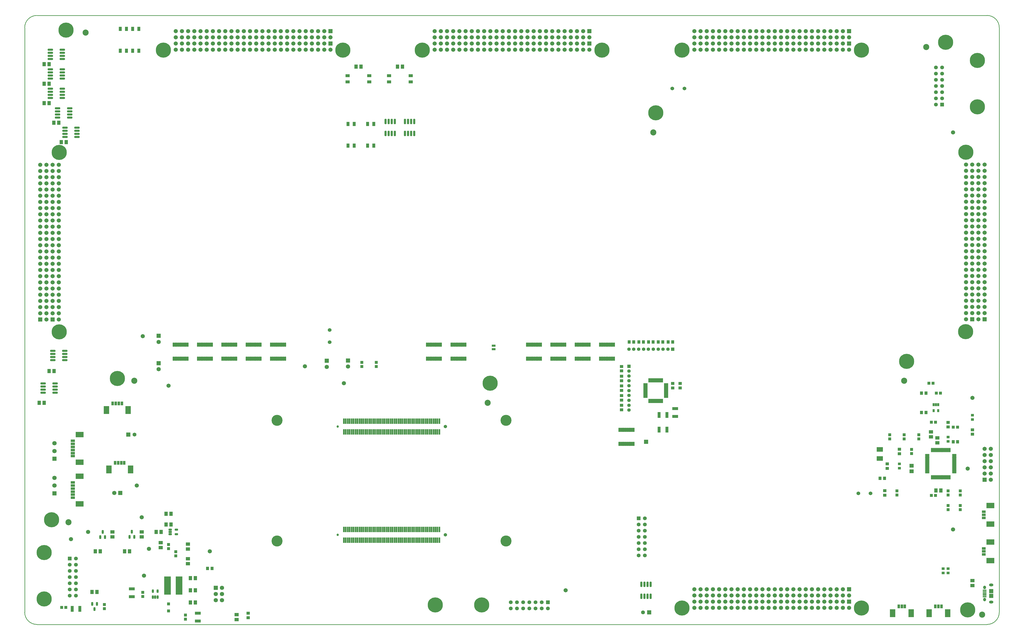
<source format=gts>
G04*
G04 #@! TF.GenerationSoftware,Altium Limited,Altium Designer,20.0.13 (296)*
G04*
G04 Layer_Color=8388736*
%FSLAX25Y25*%
%MOIN*%
G70*
G01*
G75*
%ADD19C,0.01000*%
%ADD48R,0.04803X0.04921*%
%ADD65R,0.10249X0.07493*%
%ADD66R,0.05131X0.06706*%
%ADD67R,0.11000X0.29500*%
G04:AMPARAMS|DCode=68|XSize=55.64mil|YSize=31.23mil|CornerRadius=9.81mil|HoleSize=0mil|Usage=FLASHONLY|Rotation=0.000|XOffset=0mil|YOffset=0mil|HoleType=Round|Shape=RoundedRectangle|*
%AMROUNDEDRECTD68*
21,1,0.05564,0.01161,0,0,0.0*
21,1,0.03602,0.03123,0,0,0.0*
1,1,0.01961,0.01801,-0.00581*
1,1,0.01961,-0.01801,-0.00581*
1,1,0.01961,-0.01801,0.00581*
1,1,0.01961,0.01801,0.00581*
%
%ADD68ROUNDEDRECTD68*%
G04:AMPARAMS|DCode=69|XSize=56.82mil|YSize=31.23mil|CornerRadius=6.9mil|HoleSize=0mil|Usage=FLASHONLY|Rotation=270.000|XOffset=0mil|YOffset=0mil|HoleType=Round|Shape=RoundedRectangle|*
%AMROUNDEDRECTD69*
21,1,0.05682,0.01742,0,0,270.0*
21,1,0.04301,0.03123,0,0,270.0*
1,1,0.01381,-0.00871,-0.02151*
1,1,0.01381,-0.00871,0.02151*
1,1,0.01381,0.00871,0.02151*
1,1,0.01381,0.00871,-0.02151*
%
%ADD69ROUNDEDRECTD69*%
%ADD70R,0.02020X0.03398*%
%ADD71R,0.03359X0.05131*%
G04:AMPARAMS|DCode=72|XSize=69.81mil|YSize=24.14mil|CornerRadius=6.02mil|HoleSize=0mil|Usage=FLASHONLY|Rotation=90.000|XOffset=0mil|YOffset=0mil|HoleType=Round|Shape=RoundedRectangle|*
%AMROUNDEDRECTD72*
21,1,0.06981,0.01211,0,0,90.0*
21,1,0.05778,0.02414,0,0,90.0*
1,1,0.01204,0.00605,0.02889*
1,1,0.01204,0.00605,-0.02889*
1,1,0.01204,-0.00605,-0.02889*
1,1,0.01204,-0.00605,0.02889*
%
%ADD72ROUNDEDRECTD72*%
G04:AMPARAMS|DCode=73|XSize=85.56mil|YSize=31.62mil|CornerRadius=6.95mil|HoleSize=0mil|Usage=FLASHONLY|Rotation=270.000|XOffset=0mil|YOffset=0mil|HoleType=Round|Shape=RoundedRectangle|*
%AMROUNDEDRECTD73*
21,1,0.08556,0.01772,0,0,270.0*
21,1,0.07165,0.03162,0,0,270.0*
1,1,0.01391,-0.00886,-0.03583*
1,1,0.01391,-0.00886,0.03583*
1,1,0.01391,0.00886,0.03583*
1,1,0.01391,0.00886,-0.03583*
%
%ADD73ROUNDEDRECTD73*%
G04:AMPARAMS|DCode=74|XSize=85.56mil|YSize=31.62mil|CornerRadius=6.95mil|HoleSize=0mil|Usage=FLASHONLY|Rotation=180.000|XOffset=0mil|YOffset=0mil|HoleType=Round|Shape=RoundedRectangle|*
%AMROUNDEDRECTD74*
21,1,0.08556,0.01772,0,0,180.0*
21,1,0.07165,0.03162,0,0,180.0*
1,1,0.01391,-0.03583,0.00886*
1,1,0.01391,0.03583,0.00886*
1,1,0.01391,0.03583,-0.00886*
1,1,0.01391,-0.03583,-0.00886*
%
%ADD74ROUNDEDRECTD74*%
%ADD75R,0.06706X0.05918*%
%ADD76R,0.04737X0.04343*%
%ADD77R,0.07099X0.01981*%
%ADD78R,0.01981X0.07099*%
%ADD79R,0.07099X0.03950*%
%ADD80R,0.12611X0.09068*%
%ADD81R,0.09068X0.12611*%
%ADD82R,0.03950X0.05918*%
%ADD83R,0.05918X0.03950*%
%ADD84R,0.02800X0.08800*%
%ADD85R,0.06706X0.06706*%
%ADD86R,0.06115X0.02375*%
%ADD87O,0.07296X0.01981*%
%ADD88O,0.01981X0.07296*%
%ADD89C,0.09843*%
%ADD90R,0.05131X0.09461*%
%ADD91R,0.05524X0.04934*%
%ADD92R,0.04737X0.05131*%
%ADD93R,0.05524X0.06800*%
%ADD94R,0.05131X0.04737*%
%ADD95R,0.04934X0.05524*%
%ADD96R,0.09461X0.05131*%
%ADD97R,0.06800X0.05524*%
%ADD98R,0.06706X0.05131*%
G04:AMPARAMS|DCode=99|XSize=55.64mil|YSize=31.23mil|CornerRadius=9.81mil|HoleSize=0mil|Usage=FLASHONLY|Rotation=90.000|XOffset=0mil|YOffset=0mil|HoleType=Round|Shape=RoundedRectangle|*
%AMROUNDEDRECTD99*
21,1,0.05564,0.01161,0,0,90.0*
21,1,0.03602,0.03123,0,0,90.0*
1,1,0.01961,0.00581,0.01801*
1,1,0.01961,0.00581,-0.01801*
1,1,0.01961,-0.00581,-0.01801*
1,1,0.01961,-0.00581,0.01801*
%
%ADD99ROUNDEDRECTD99*%
%ADD100C,0.06706*%
%ADD101C,0.06824*%
%ADD102R,0.06824X0.06824*%
%ADD103C,0.07119*%
%ADD104R,0.07119X0.07119*%
%ADD105R,0.06194X0.06194*%
%ADD106C,0.06194*%
%ADD107C,0.05599*%
%ADD108R,0.05599X0.05599*%
%ADD109C,0.05997*%
%ADD110C,0.06304*%
%ADD111R,0.07099X0.07099*%
%ADD112R,0.07099X0.07099*%
%ADD113C,0.24422*%
%ADD114C,0.03800*%
%ADD115C,0.05398*%
%ADD116C,0.17800*%
%ADD117O,0.04540X0.05721*%
%ADD118O,0.07099X0.04343*%
%ADD119R,0.06800X0.06800*%
%ADD120C,0.06800*%
%ADD121R,0.06706X0.06706*%
%ADD122R,0.06194X0.06194*%
%ADD123R,0.05599X0.05599*%
%ADD124R,0.06800X0.06800*%
D19*
X19685Y984252D02*
G03*
X0Y964567I0J-19685D01*
G01*
X0Y19685D02*
G03*
X19685Y0I19685J0D01*
G01*
X1555118Y0D02*
G03*
X1574803Y19685I0J19685D01*
G01*
X1574803Y964567D02*
G03*
X1555118Y984252I-19685J0D01*
G01*
X19685D02*
X1555118D01*
X19685Y0D02*
X1555118D01*
X0Y19685D02*
Y964567D01*
X1574803Y19685D02*
Y964567D01*
D48*
X232283Y33366D02*
D03*
Y21752D02*
D03*
D65*
X1381890Y268307D02*
D03*
Y282874D02*
D03*
D66*
X154291Y927362D02*
D03*
Y962402D02*
D03*
X164291Y927362D02*
D03*
Y962402D02*
D03*
X174291Y927362D02*
D03*
Y962402D02*
D03*
X184291Y927362D02*
D03*
Y962402D02*
D03*
X532559Y808858D02*
D03*
Y773819D02*
D03*
X522559Y808858D02*
D03*
Y773819D02*
D03*
X564055Y808858D02*
D03*
Y773819D02*
D03*
X554055Y808858D02*
D03*
Y773819D02*
D03*
D67*
X249408Y62992D02*
D03*
X230908D02*
D03*
D68*
X245098Y153347D02*
D03*
Y145866D02*
D03*
X235216D02*
D03*
Y149606D02*
D03*
Y153347D02*
D03*
D69*
X116614Y33090D02*
D03*
X109134D02*
D03*
X112874Y24783D02*
D03*
X125984Y149606D02*
D03*
X129724Y141299D02*
D03*
X122244D02*
D03*
X173228Y149823D02*
D03*
X176969Y141516D02*
D03*
X169488D02*
D03*
D70*
X755905Y450669D02*
D03*
X757874D02*
D03*
X759842D02*
D03*
Y444882D02*
D03*
X757874D02*
D03*
X755905D02*
D03*
D71*
X1476181Y345669D02*
D03*
X1468701D02*
D03*
Y355118D02*
D03*
X1472441D02*
D03*
X1476181D02*
D03*
D72*
X689272Y429646D02*
D03*
X691831D02*
D03*
X694390D02*
D03*
X696949D02*
D03*
X699508D02*
D03*
X702067D02*
D03*
X704626D02*
D03*
X707185D02*
D03*
X709744D02*
D03*
X712303D02*
D03*
Y452244D02*
D03*
X709744D02*
D03*
X707185D02*
D03*
X704626D02*
D03*
X702067D02*
D03*
X699508D02*
D03*
X696949D02*
D03*
X694390D02*
D03*
X691831D02*
D03*
X689272D02*
D03*
X240453Y429646D02*
D03*
X243012D02*
D03*
X245571D02*
D03*
X248130D02*
D03*
X250689D02*
D03*
X253248D02*
D03*
X255807D02*
D03*
X258366D02*
D03*
X260925D02*
D03*
X263484D02*
D03*
Y452244D02*
D03*
X260925D02*
D03*
X258366D02*
D03*
X255807D02*
D03*
X253248D02*
D03*
X250689D02*
D03*
X248130D02*
D03*
X245571D02*
D03*
X243012D02*
D03*
X240453D02*
D03*
X319193Y429646D02*
D03*
X321752D02*
D03*
X324311D02*
D03*
X326870D02*
D03*
X329429D02*
D03*
X331988D02*
D03*
X334547D02*
D03*
X337106D02*
D03*
X339665D02*
D03*
X342224D02*
D03*
Y452244D02*
D03*
X339665D02*
D03*
X337106D02*
D03*
X334547D02*
D03*
X331988D02*
D03*
X329429D02*
D03*
X326870D02*
D03*
X324311D02*
D03*
X321752D02*
D03*
X319193D02*
D03*
X358563Y429646D02*
D03*
X361122D02*
D03*
X363681D02*
D03*
X366240D02*
D03*
X368799D02*
D03*
X371358D02*
D03*
X373917D02*
D03*
X376476D02*
D03*
X379035D02*
D03*
X381594D02*
D03*
Y452244D02*
D03*
X379035D02*
D03*
X376476D02*
D03*
X373917D02*
D03*
X371358D02*
D03*
X368799D02*
D03*
X366240D02*
D03*
X363681D02*
D03*
X361122D02*
D03*
X358563D02*
D03*
X279823Y429646D02*
D03*
X282382D02*
D03*
X284941D02*
D03*
X287500D02*
D03*
X290059D02*
D03*
X292618D02*
D03*
X295177D02*
D03*
X297736D02*
D03*
X300295D02*
D03*
X302854D02*
D03*
Y452244D02*
D03*
X300295D02*
D03*
X297736D02*
D03*
X295177D02*
D03*
X292618D02*
D03*
X290059D02*
D03*
X287500D02*
D03*
X284941D02*
D03*
X282382D02*
D03*
X279823D02*
D03*
X397933Y429646D02*
D03*
X400492D02*
D03*
X403051D02*
D03*
X405610D02*
D03*
X408169D02*
D03*
X410728D02*
D03*
X413287D02*
D03*
X415846D02*
D03*
X418405D02*
D03*
X420965D02*
D03*
Y452244D02*
D03*
X418405D02*
D03*
X415846D02*
D03*
X413287D02*
D03*
X410728D02*
D03*
X408169D02*
D03*
X405610D02*
D03*
X403051D02*
D03*
X400492D02*
D03*
X397933D02*
D03*
X811319Y429646D02*
D03*
X813878D02*
D03*
X816437D02*
D03*
X818996D02*
D03*
X821555D02*
D03*
X824114D02*
D03*
X826673D02*
D03*
X829232D02*
D03*
X831791D02*
D03*
X834350D02*
D03*
Y452244D02*
D03*
X831791D02*
D03*
X829232D02*
D03*
X826673D02*
D03*
X824114D02*
D03*
X821555D02*
D03*
X818996D02*
D03*
X816437D02*
D03*
X813878D02*
D03*
X811319D02*
D03*
X850689Y429646D02*
D03*
X853248D02*
D03*
X855807D02*
D03*
X858366D02*
D03*
X860925D02*
D03*
X863484D02*
D03*
X866043D02*
D03*
X868602D02*
D03*
X871161D02*
D03*
X873720D02*
D03*
Y452244D02*
D03*
X871161D02*
D03*
X868602D02*
D03*
X866043D02*
D03*
X863484D02*
D03*
X860925D02*
D03*
X858366D02*
D03*
X855807D02*
D03*
X853248D02*
D03*
X850689D02*
D03*
X890059Y429646D02*
D03*
X892618D02*
D03*
X895177D02*
D03*
X897736D02*
D03*
X900295D02*
D03*
X902854D02*
D03*
X905413D02*
D03*
X907973D02*
D03*
X910532D02*
D03*
X913091D02*
D03*
Y452244D02*
D03*
X910532D02*
D03*
X907973D02*
D03*
X905413D02*
D03*
X902854D02*
D03*
X900295D02*
D03*
X897736D02*
D03*
X895177D02*
D03*
X892618D02*
D03*
X890059D02*
D03*
X960925Y291850D02*
D03*
X963484D02*
D03*
X966043D02*
D03*
X968602D02*
D03*
X971161D02*
D03*
X973720D02*
D03*
X976280D02*
D03*
X978839D02*
D03*
X981398D02*
D03*
X983957D02*
D03*
Y314449D02*
D03*
X981398D02*
D03*
X978839D02*
D03*
X976280D02*
D03*
X973720D02*
D03*
X971161D02*
D03*
X968602D02*
D03*
X966043D02*
D03*
X963484D02*
D03*
X960925D02*
D03*
X649902Y429646D02*
D03*
X652461D02*
D03*
X655020D02*
D03*
X657579D02*
D03*
X660138D02*
D03*
X662697D02*
D03*
X665256D02*
D03*
X667815D02*
D03*
X670374D02*
D03*
X672933D02*
D03*
Y452244D02*
D03*
X670374D02*
D03*
X667815D02*
D03*
X665256D02*
D03*
X662697D02*
D03*
X660138D02*
D03*
X657579D02*
D03*
X655020D02*
D03*
X652461D02*
D03*
X649902D02*
D03*
X929429Y429646D02*
D03*
X931988D02*
D03*
X934547D02*
D03*
X937106D02*
D03*
X939665D02*
D03*
X942224D02*
D03*
X944783D02*
D03*
X947342D02*
D03*
X949902D02*
D03*
X952461D02*
D03*
Y452244D02*
D03*
X949902D02*
D03*
X947342D02*
D03*
X944783D02*
D03*
X942224D02*
D03*
X939665D02*
D03*
X937106D02*
D03*
X934547D02*
D03*
X931988D02*
D03*
X929429D02*
D03*
D73*
X1011437Y64862D02*
D03*
X1006437D02*
D03*
X1001437D02*
D03*
X996437D02*
D03*
Y45374D02*
D03*
X1001437D02*
D03*
X1006437D02*
D03*
X1011437D02*
D03*
X614547Y793425D02*
D03*
X619547D02*
D03*
X624547D02*
D03*
X629547D02*
D03*
Y812874D02*
D03*
X624547D02*
D03*
X619547D02*
D03*
X614547D02*
D03*
X583051Y793425D02*
D03*
X588051D02*
D03*
X593051D02*
D03*
X598051D02*
D03*
Y812874D02*
D03*
X593051D02*
D03*
X588051D02*
D03*
X583051D02*
D03*
D74*
X49095Y374390D02*
D03*
Y379390D02*
D03*
Y384390D02*
D03*
Y389390D02*
D03*
X29646D02*
D03*
Y384390D02*
D03*
Y379390D02*
D03*
Y374390D02*
D03*
X60905Y913760D02*
D03*
Y918760D02*
D03*
Y923760D02*
D03*
Y928760D02*
D03*
X41457D02*
D03*
Y923760D02*
D03*
Y918760D02*
D03*
Y913760D02*
D03*
X60905Y882264D02*
D03*
Y887264D02*
D03*
Y892264D02*
D03*
Y897264D02*
D03*
X41457D02*
D03*
Y892264D02*
D03*
Y887264D02*
D03*
Y882264D02*
D03*
X60905Y850768D02*
D03*
Y855768D02*
D03*
Y860768D02*
D03*
Y865768D02*
D03*
X41457D02*
D03*
Y860768D02*
D03*
Y855768D02*
D03*
Y850768D02*
D03*
X72716Y819272D02*
D03*
Y824272D02*
D03*
Y829272D02*
D03*
Y834272D02*
D03*
X53268D02*
D03*
Y829272D02*
D03*
Y824272D02*
D03*
Y819272D02*
D03*
X84528Y787776D02*
D03*
Y792776D02*
D03*
Y797776D02*
D03*
Y802776D02*
D03*
X65079D02*
D03*
Y797776D02*
D03*
Y792776D02*
D03*
Y787776D02*
D03*
X64842Y427237D02*
D03*
Y432237D02*
D03*
Y437237D02*
D03*
Y442237D02*
D03*
X45394D02*
D03*
Y437237D02*
D03*
Y432237D02*
D03*
Y427237D02*
D03*
D75*
X1433071Y247468D02*
D03*
Y256469D02*
D03*
D76*
X1492126Y90114D02*
D03*
Y83114D02*
D03*
X1413386Y252406D02*
D03*
Y259405D02*
D03*
X1492126Y295713D02*
D03*
Y302713D02*
D03*
X1531496Y331146D02*
D03*
Y338146D02*
D03*
X1484252Y90114D02*
D03*
Y83114D02*
D03*
D77*
X1036417Y367126D02*
D03*
Y369094D02*
D03*
Y371063D02*
D03*
Y373031D02*
D03*
Y375000D02*
D03*
Y376969D02*
D03*
Y378937D02*
D03*
Y380906D02*
D03*
Y382874D02*
D03*
Y384842D02*
D03*
Y386811D02*
D03*
Y388779D02*
D03*
X1002953D02*
D03*
Y386811D02*
D03*
Y384842D02*
D03*
Y382874D02*
D03*
Y380906D02*
D03*
Y378937D02*
D03*
Y376969D02*
D03*
Y375000D02*
D03*
Y373031D02*
D03*
Y371063D02*
D03*
Y369094D02*
D03*
Y367126D02*
D03*
D78*
X1030512Y394685D02*
D03*
X1028543D02*
D03*
X1026575D02*
D03*
X1024606D02*
D03*
X1022638D02*
D03*
X1020669D02*
D03*
X1018701D02*
D03*
X1016732D02*
D03*
X1014764D02*
D03*
X1012795D02*
D03*
X1010827D02*
D03*
X1008858D02*
D03*
Y361221D02*
D03*
X1010827D02*
D03*
X1012795D02*
D03*
X1014764D02*
D03*
X1016732D02*
D03*
X1018701D02*
D03*
X1020669D02*
D03*
X1022638D02*
D03*
X1024606D02*
D03*
X1026575D02*
D03*
X1028543D02*
D03*
X1030512D02*
D03*
D79*
X77874Y291796D02*
D03*
Y272111D02*
D03*
Y277032D02*
D03*
Y281953D02*
D03*
Y286875D02*
D03*
Y296717D02*
D03*
X77851Y224472D02*
D03*
Y204787D02*
D03*
Y209708D02*
D03*
Y214629D02*
D03*
Y219551D02*
D03*
Y229393D02*
D03*
D80*
X88701Y262071D02*
D03*
Y306756D02*
D03*
X1560532Y103150D02*
D03*
Y133071D02*
D03*
X88678Y194747D02*
D03*
Y239433D02*
D03*
X1560532Y162205D02*
D03*
Y192126D02*
D03*
D81*
X167027Y346437D02*
D03*
X132185D02*
D03*
X170965Y250492D02*
D03*
X136122D02*
D03*
X1402362Y18209D02*
D03*
X1432283D02*
D03*
X1461417D02*
D03*
X1491339D02*
D03*
D82*
X156988Y357264D02*
D03*
X152067D02*
D03*
X147146D02*
D03*
X142224D02*
D03*
X160925Y261319D02*
D03*
X156004D02*
D03*
X151083D02*
D03*
X146161D02*
D03*
X1412402Y29035D02*
D03*
X1417323D02*
D03*
X1422244D02*
D03*
X1471457D02*
D03*
X1476378D02*
D03*
X1481299D02*
D03*
D83*
X1549705Y113189D02*
D03*
Y118110D02*
D03*
Y123031D02*
D03*
Y172244D02*
D03*
Y177165D02*
D03*
Y182087D02*
D03*
D84*
X663779Y328543D02*
D03*
X666929D02*
D03*
X663779Y311221D02*
D03*
X666929D02*
D03*
X654331Y328543D02*
D03*
X657480D02*
D03*
X654330Y311221D02*
D03*
X657480D02*
D03*
X648032Y328543D02*
D03*
X651181D02*
D03*
X648031Y311221D02*
D03*
X651181D02*
D03*
X638583Y328543D02*
D03*
X641732D02*
D03*
X638582Y311221D02*
D03*
X641732D02*
D03*
X632283Y328543D02*
D03*
X632283Y311221D02*
D03*
X622835Y328543D02*
D03*
X625984D02*
D03*
X622834Y311221D02*
D03*
X625984D02*
D03*
X616535Y328543D02*
D03*
X616535Y311221D02*
D03*
X607087Y328543D02*
D03*
X610236D02*
D03*
X607086Y311221D02*
D03*
X610236D02*
D03*
X600787Y328543D02*
D03*
X600787Y311221D02*
D03*
X591339Y328543D02*
D03*
X594488D02*
D03*
X591338Y311221D02*
D03*
X594488D02*
D03*
X585039Y328543D02*
D03*
X585039Y311221D02*
D03*
X575591Y328543D02*
D03*
X578740D02*
D03*
X575590Y311221D02*
D03*
X578740D02*
D03*
X569291Y328543D02*
D03*
X569291Y311221D02*
D03*
X559842Y328543D02*
D03*
X562992D02*
D03*
X559842Y311221D02*
D03*
X562992D02*
D03*
X550394Y328543D02*
D03*
X553543D02*
D03*
X550394Y311221D02*
D03*
X553543D02*
D03*
X544095Y328543D02*
D03*
X547244D02*
D03*
X544094Y311221D02*
D03*
X547244D02*
D03*
X534646Y328543D02*
D03*
X537795D02*
D03*
X534646Y311221D02*
D03*
X537795D02*
D03*
X528346Y328543D02*
D03*
X528346Y311221D02*
D03*
X518898Y328543D02*
D03*
X522047D02*
D03*
X518898Y311221D02*
D03*
X522047D02*
D03*
X670079Y328543D02*
D03*
X670078Y311221D02*
D03*
X635433Y328543D02*
D03*
X644882D02*
D03*
X660630D02*
D03*
X635433Y311221D02*
D03*
X644882D02*
D03*
X660630D02*
D03*
X603937Y328543D02*
D03*
X613386D02*
D03*
X619685D02*
D03*
X629134D02*
D03*
X603937Y311221D02*
D03*
X613386D02*
D03*
X619685D02*
D03*
X629134D02*
D03*
X572441Y328543D02*
D03*
X581890D02*
D03*
X588189D02*
D03*
X597638D02*
D03*
X572441Y311221D02*
D03*
X581890D02*
D03*
X588189D02*
D03*
X597638D02*
D03*
X540945Y328543D02*
D03*
X556693D02*
D03*
X566142D02*
D03*
X540945Y311221D02*
D03*
X556693D02*
D03*
X566142D02*
D03*
X515748Y328543D02*
D03*
X525197D02*
D03*
X531496D02*
D03*
X515748Y311221D02*
D03*
X525197D02*
D03*
X531496D02*
D03*
Y136221D02*
D03*
X525197D02*
D03*
X515748D02*
D03*
X531496Y153543D02*
D03*
X525197D02*
D03*
X515748D02*
D03*
X566142Y136221D02*
D03*
X556693D02*
D03*
X540945D02*
D03*
X566142Y153543D02*
D03*
X556693D02*
D03*
X540945D02*
D03*
X597638Y136221D02*
D03*
X588189D02*
D03*
X581890D02*
D03*
X572441D02*
D03*
X597638Y153543D02*
D03*
X588189D02*
D03*
X581890D02*
D03*
X572441D02*
D03*
X629134Y136221D02*
D03*
X619685D02*
D03*
X613386D02*
D03*
X603937D02*
D03*
X629134Y153543D02*
D03*
X619685D02*
D03*
X613386D02*
D03*
X603937D02*
D03*
X660630Y136221D02*
D03*
X644882D02*
D03*
X635433D02*
D03*
X660630Y153543D02*
D03*
X644882D02*
D03*
X635433D02*
D03*
X670078Y136221D02*
D03*
X670079Y153543D02*
D03*
X522047Y136221D02*
D03*
X518898D02*
D03*
X522047Y153543D02*
D03*
X518898D02*
D03*
X528346Y136221D02*
D03*
X528346Y153543D02*
D03*
X537795Y136221D02*
D03*
X534646D02*
D03*
X537795Y153543D02*
D03*
X534646D02*
D03*
X547244Y136221D02*
D03*
X544094D02*
D03*
X547244Y153543D02*
D03*
X544095D02*
D03*
X553543Y136221D02*
D03*
X550394D02*
D03*
X553543Y153543D02*
D03*
X550394D02*
D03*
X562992Y136221D02*
D03*
X559842D02*
D03*
X562992Y153543D02*
D03*
X559842D02*
D03*
X569291Y136221D02*
D03*
X569291Y153543D02*
D03*
X578740Y136221D02*
D03*
X575590D02*
D03*
X578740Y153543D02*
D03*
X575591D02*
D03*
X585039Y136221D02*
D03*
X585039Y153543D02*
D03*
X594488Y136221D02*
D03*
X591338D02*
D03*
X594488Y153543D02*
D03*
X591339D02*
D03*
X600787Y136221D02*
D03*
X600787Y153543D02*
D03*
X610236Y136221D02*
D03*
X607086D02*
D03*
X610236Y153543D02*
D03*
X607087D02*
D03*
X616535Y136221D02*
D03*
X616535Y153543D02*
D03*
X625984Y136221D02*
D03*
X622834D02*
D03*
X625984Y153543D02*
D03*
X622835D02*
D03*
X632283Y136221D02*
D03*
X632283Y153543D02*
D03*
X641732Y136221D02*
D03*
X638582D02*
D03*
X641732Y153543D02*
D03*
X638583D02*
D03*
X651181Y136221D02*
D03*
X648031D02*
D03*
X651181Y153543D02*
D03*
X648032D02*
D03*
X657480Y136221D02*
D03*
X654330D02*
D03*
X657480Y153543D02*
D03*
X654331D02*
D03*
X666929Y136221D02*
D03*
X663779D02*
D03*
X666929Y153543D02*
D03*
X663779D02*
D03*
D85*
X1561811Y53937D02*
D03*
Y46063D02*
D03*
X25118Y492913D02*
D03*
X45098D02*
D03*
X1531143Y493129D02*
D03*
X1551123D02*
D03*
X1551181Y233780D02*
D03*
D86*
Y44882D02*
D03*
Y47441D02*
D03*
Y50000D02*
D03*
Y52559D02*
D03*
Y55118D02*
D03*
D87*
X1458366Y274606D02*
D03*
Y272638D02*
D03*
Y270669D02*
D03*
Y268701D02*
D03*
Y266732D02*
D03*
Y264764D02*
D03*
Y262795D02*
D03*
Y260827D02*
D03*
Y258858D02*
D03*
Y256890D02*
D03*
Y254921D02*
D03*
Y252953D02*
D03*
Y250984D02*
D03*
Y249016D02*
D03*
Y247047D02*
D03*
Y245079D02*
D03*
X1502264D02*
D03*
Y247047D02*
D03*
Y249016D02*
D03*
Y250984D02*
D03*
Y252953D02*
D03*
Y254921D02*
D03*
Y256890D02*
D03*
Y258858D02*
D03*
Y260827D02*
D03*
Y262795D02*
D03*
Y264764D02*
D03*
Y266732D02*
D03*
Y268701D02*
D03*
Y270669D02*
D03*
Y272638D02*
D03*
Y274606D02*
D03*
D88*
X1465551Y237894D02*
D03*
X1467520D02*
D03*
X1469488D02*
D03*
X1471457D02*
D03*
X1473425D02*
D03*
X1475394D02*
D03*
X1477362D02*
D03*
X1479331D02*
D03*
X1481299D02*
D03*
X1483268D02*
D03*
X1485236D02*
D03*
X1487205D02*
D03*
X1489173D02*
D03*
X1491142D02*
D03*
X1493110D02*
D03*
X1495079D02*
D03*
Y281791D02*
D03*
X1493110D02*
D03*
X1491142D02*
D03*
X1489173D02*
D03*
X1487205D02*
D03*
X1485236D02*
D03*
X1483268D02*
D03*
X1481299D02*
D03*
X1479331D02*
D03*
X1477362D02*
D03*
X1475394D02*
D03*
X1473425D02*
D03*
X1471457D02*
D03*
X1469488D02*
D03*
X1467520D02*
D03*
X1465551D02*
D03*
D89*
X98425Y956693D02*
D03*
X1547244Y15748D02*
D03*
X1456693Y933071D02*
D03*
X70866Y165354D02*
D03*
X1421260Y393701D02*
D03*
X748032Y358268D02*
D03*
X177165Y393701D02*
D03*
X1015748Y795276D02*
D03*
D90*
X1037795Y338583D02*
D03*
X1025197D02*
D03*
X76646Y25302D02*
D03*
X89245D02*
D03*
X1025197Y314961D02*
D03*
X1037795D02*
D03*
D91*
X964567Y354035D02*
D03*
Y346752D02*
D03*
X360987Y10925D02*
D03*
Y18209D02*
D03*
X1059055Y382185D02*
D03*
Y389469D02*
D03*
X1047244Y382185D02*
D03*
Y389469D02*
D03*
X1492126Y326476D02*
D03*
Y319193D02*
D03*
X1531496Y307382D02*
D03*
Y314665D02*
D03*
X1389764Y208957D02*
D03*
Y216240D02*
D03*
X1413386Y275886D02*
D03*
Y283169D02*
D03*
X1393701Y259547D02*
D03*
Y252264D02*
D03*
X964567Y417028D02*
D03*
Y409744D02*
D03*
Y401279D02*
D03*
Y393996D02*
D03*
Y385531D02*
D03*
Y378248D02*
D03*
Y369783D02*
D03*
Y362500D02*
D03*
D92*
X1397638Y306496D02*
D03*
Y299803D02*
D03*
X259842Y15157D02*
D03*
Y8465D02*
D03*
X190728Y51772D02*
D03*
Y45079D02*
D03*
X232283Y122638D02*
D03*
Y129331D02*
D03*
X244094Y117520D02*
D03*
Y110827D02*
D03*
X128622Y32283D02*
D03*
Y25591D02*
D03*
X568228Y423425D02*
D03*
Y416732D02*
D03*
X544606Y423425D02*
D03*
Y416732D02*
D03*
X1409449Y215945D02*
D03*
Y209252D02*
D03*
X1433071Y282874D02*
D03*
Y276181D02*
D03*
X1511811Y192323D02*
D03*
Y185630D02*
D03*
X1492126Y192323D02*
D03*
Y185630D02*
D03*
X1511811Y215945D02*
D03*
Y209252D02*
D03*
X1492126Y215945D02*
D03*
Y209252D02*
D03*
X1444882Y306496D02*
D03*
Y299803D02*
D03*
X1421260Y306496D02*
D03*
Y299803D02*
D03*
D93*
X31559Y358268D02*
D03*
X23559D02*
D03*
X275654Y74803D02*
D03*
X267653D02*
D03*
X122110Y118110D02*
D03*
X114110D02*
D03*
X275654Y55118D02*
D03*
X267653D02*
D03*
X275654Y35433D02*
D03*
X267653D02*
D03*
X169354Y118110D02*
D03*
X161354D02*
D03*
X220535Y149606D02*
D03*
X212535D02*
D03*
X228284Y178900D02*
D03*
X236283D02*
D03*
X108874Y52559D02*
D03*
X116874D02*
D03*
X236283Y161417D02*
D03*
X228284D02*
D03*
X602299Y901575D02*
D03*
X610299D02*
D03*
X535370D02*
D03*
X543370D02*
D03*
X1480378Y216535D02*
D03*
X1472378D02*
D03*
X39433Y905512D02*
D03*
X31433D02*
D03*
X39433Y842520D02*
D03*
X31433D02*
D03*
X39433Y874016D02*
D03*
X31433D02*
D03*
X55181Y811024D02*
D03*
X47181D02*
D03*
X66992Y779528D02*
D03*
X58992D02*
D03*
X47307Y409449D02*
D03*
X39307D02*
D03*
D94*
X66339Y27559D02*
D03*
X59646D02*
D03*
X1500591Y318898D02*
D03*
X1507283D02*
D03*
X1467913Y389764D02*
D03*
X1461220D02*
D03*
X1471850Y326772D02*
D03*
X1465158D02*
D03*
X1471850Y208661D02*
D03*
X1465158D02*
D03*
X1479724Y374016D02*
D03*
X1473032D02*
D03*
D95*
X295571Y90551D02*
D03*
X302854D02*
D03*
X1449114Y374016D02*
D03*
X1456398D02*
D03*
X1382185Y236221D02*
D03*
X1389468D02*
D03*
X1507579Y295276D02*
D03*
X1500295D02*
D03*
X1449114Y342520D02*
D03*
X1456398D02*
D03*
X1046949Y456693D02*
D03*
X1039665D02*
D03*
X1031201D02*
D03*
X1023917D02*
D03*
X1015453D02*
D03*
X1008169D02*
D03*
X999705D02*
D03*
X992421D02*
D03*
X983957D02*
D03*
X976673D02*
D03*
D96*
X279704Y5512D02*
D03*
Y18110D02*
D03*
X173228Y44882D02*
D03*
Y57480D02*
D03*
X1051181Y348819D02*
D03*
Y336221D02*
D03*
D97*
X141732Y149453D02*
D03*
Y141453D02*
D03*
X342520Y15811D02*
D03*
Y7811D02*
D03*
X188976Y149669D02*
D03*
Y141669D02*
D03*
X219853Y124197D02*
D03*
Y132197D02*
D03*
X263779Y129984D02*
D03*
Y121984D02*
D03*
Y106362D02*
D03*
Y98362D02*
D03*
X1531496Y70929D02*
D03*
Y62929D02*
D03*
X1464567Y311087D02*
D03*
Y303087D02*
D03*
X1474879Y301516D02*
D03*
Y293516D02*
D03*
D98*
X588779Y886890D02*
D03*
X623819D02*
D03*
X588779Y876890D02*
D03*
X623819D02*
D03*
X521850Y886890D02*
D03*
X556890D02*
D03*
X521850Y876890D02*
D03*
X556890D02*
D03*
D99*
X207134Y53917D02*
D03*
X214614D02*
D03*
Y44035D02*
D03*
X210874D02*
D03*
X207134D02*
D03*
D100*
X192913Y78740D02*
D03*
X35118Y732913D02*
D03*
X25118D02*
D03*
X35118Y722913D02*
D03*
X25118D02*
D03*
X35118Y712913D02*
D03*
X25118D02*
D03*
X35118Y702913D02*
D03*
X25118D02*
D03*
X35118Y692913D02*
D03*
X25118D02*
D03*
X35118Y682913D02*
D03*
X25118D02*
D03*
X35118Y672913D02*
D03*
X25118D02*
D03*
X35118Y662913D02*
D03*
X25118D02*
D03*
X35118Y652913D02*
D03*
X25118D02*
D03*
X35118Y642913D02*
D03*
X25118D02*
D03*
X35118Y632913D02*
D03*
X25118D02*
D03*
X35118Y622913D02*
D03*
X25118D02*
D03*
X35118Y612913D02*
D03*
X25118D02*
D03*
X35118Y602913D02*
D03*
X25118D02*
D03*
X35118Y592913D02*
D03*
X25118D02*
D03*
X35118Y582913D02*
D03*
X25118D02*
D03*
X35118Y572913D02*
D03*
X25118Y573012D02*
D03*
X35118Y562913D02*
D03*
X25118D02*
D03*
X35118Y552913D02*
D03*
X25118D02*
D03*
X35118Y542913D02*
D03*
X25118D02*
D03*
X35118Y532913D02*
D03*
X25118D02*
D03*
X35118Y522913D02*
D03*
X25118D02*
D03*
X35118Y512913D02*
D03*
X25118D02*
D03*
X35118Y502913D02*
D03*
X25118D02*
D03*
X35118Y492913D02*
D03*
X25118Y742913D02*
D03*
X35118D02*
D03*
X55118D02*
D03*
X45118D02*
D03*
X55118Y492913D02*
D03*
X45118Y502913D02*
D03*
X55118D02*
D03*
X45118Y512913D02*
D03*
X55118D02*
D03*
X45118Y522913D02*
D03*
X55118D02*
D03*
X45098Y532913D02*
D03*
X55118D02*
D03*
X45098Y542913D02*
D03*
X55118D02*
D03*
X45118Y552913D02*
D03*
X55118D02*
D03*
X45118Y562913D02*
D03*
X55118D02*
D03*
X45118Y573012D02*
D03*
X55118Y572913D02*
D03*
X45118Y582913D02*
D03*
X55118D02*
D03*
X45118Y592913D02*
D03*
X55118D02*
D03*
X45118Y602913D02*
D03*
X55118D02*
D03*
X45118Y612913D02*
D03*
X55118D02*
D03*
X45118Y622913D02*
D03*
X55118D02*
D03*
X45118Y632913D02*
D03*
X55118D02*
D03*
X45118Y642913D02*
D03*
X55118D02*
D03*
X45118Y652913D02*
D03*
X55118D02*
D03*
X45118Y662913D02*
D03*
X55118D02*
D03*
X45118Y672913D02*
D03*
X55118D02*
D03*
X45118Y682913D02*
D03*
X55118D02*
D03*
X45118Y692913D02*
D03*
X55118D02*
D03*
X45118Y702913D02*
D03*
X55118D02*
D03*
X45118Y712913D02*
D03*
X55118D02*
D03*
X45118Y722913D02*
D03*
X55118D02*
D03*
X45118Y732913D02*
D03*
X55118D02*
D03*
X1521123Y733130D02*
D03*
X1531123D02*
D03*
X1521123Y723130D02*
D03*
X1531123D02*
D03*
X1521123Y713130D02*
D03*
X1531123D02*
D03*
X1521123Y703129D02*
D03*
X1531123D02*
D03*
X1521123Y693129D02*
D03*
X1531123D02*
D03*
X1521123Y683130D02*
D03*
X1531123D02*
D03*
X1521123Y673130D02*
D03*
X1531123D02*
D03*
X1521123Y663130D02*
D03*
X1531123D02*
D03*
X1521123Y653129D02*
D03*
X1531123D02*
D03*
X1521123Y643129D02*
D03*
X1531123D02*
D03*
X1521123Y633130D02*
D03*
X1531123D02*
D03*
X1521123Y623130D02*
D03*
X1531123D02*
D03*
X1521123Y613130D02*
D03*
X1531123D02*
D03*
X1521123Y603129D02*
D03*
X1531123D02*
D03*
X1521123Y593129D02*
D03*
X1531123D02*
D03*
X1521123Y583130D02*
D03*
X1531123D02*
D03*
X1521123Y573130D02*
D03*
X1531123Y573228D02*
D03*
X1521123Y563130D02*
D03*
X1531123D02*
D03*
X1521123Y553129D02*
D03*
X1531123D02*
D03*
X1521123Y543129D02*
D03*
X1531143D02*
D03*
X1521123Y533130D02*
D03*
X1531143D02*
D03*
X1521123Y523130D02*
D03*
X1531123D02*
D03*
X1521123Y513130D02*
D03*
X1531123D02*
D03*
X1521123Y503129D02*
D03*
X1531123D02*
D03*
X1521123Y493129D02*
D03*
X1531123Y743129D02*
D03*
X1521123D02*
D03*
X1541123D02*
D03*
X1551123D02*
D03*
X1541123Y493129D02*
D03*
X1551123Y503129D02*
D03*
X1541123D02*
D03*
X1551123Y513130D02*
D03*
X1541123D02*
D03*
X1551123Y523130D02*
D03*
X1541123D02*
D03*
X1551123Y533130D02*
D03*
X1541123D02*
D03*
X1551123Y543129D02*
D03*
X1541123D02*
D03*
X1551123Y553129D02*
D03*
X1541123D02*
D03*
X1551123Y563130D02*
D03*
X1541123D02*
D03*
X1551123Y573228D02*
D03*
X1541123Y573130D02*
D03*
X1551123Y583130D02*
D03*
X1541123D02*
D03*
X1551123Y593129D02*
D03*
X1541123D02*
D03*
X1551123Y603129D02*
D03*
X1541123D02*
D03*
X1551123Y613130D02*
D03*
X1541123D02*
D03*
X1551123Y623130D02*
D03*
X1541123D02*
D03*
X1551123Y633130D02*
D03*
X1541123D02*
D03*
X1551123Y643129D02*
D03*
X1541123D02*
D03*
X1551123Y653129D02*
D03*
X1541123D02*
D03*
X1551123Y663130D02*
D03*
X1541123D02*
D03*
X1551123Y673130D02*
D03*
X1541123D02*
D03*
X1551123Y683130D02*
D03*
X1541123D02*
D03*
X1551123Y693129D02*
D03*
X1541123D02*
D03*
X1551123Y703129D02*
D03*
X1541123D02*
D03*
X1551123Y713130D02*
D03*
X1541123D02*
D03*
X1551123Y723130D02*
D03*
X1541123D02*
D03*
X1551123Y733130D02*
D03*
X1541123D02*
D03*
X1551181Y243779D02*
D03*
Y253780D02*
D03*
Y263779D02*
D03*
Y273780D02*
D03*
Y283780D02*
D03*
X1561181Y233780D02*
D03*
Y243779D02*
D03*
Y253780D02*
D03*
Y263779D02*
D03*
Y273780D02*
D03*
Y283780D02*
D03*
X672598Y928819D02*
D03*
Y938819D02*
D03*
X682598Y928819D02*
D03*
Y938819D02*
D03*
X692598Y928819D02*
D03*
Y938819D02*
D03*
X702598Y928819D02*
D03*
Y938819D02*
D03*
X712598Y928819D02*
D03*
Y938819D02*
D03*
X722598Y928819D02*
D03*
Y938819D02*
D03*
X732598Y928819D02*
D03*
Y938819D02*
D03*
X742598Y928819D02*
D03*
Y938819D02*
D03*
X752598Y928819D02*
D03*
Y938819D02*
D03*
X762598Y928819D02*
D03*
Y938819D02*
D03*
X772598Y928819D02*
D03*
Y938819D02*
D03*
X782598Y928819D02*
D03*
Y938819D02*
D03*
X792598Y928819D02*
D03*
Y938819D02*
D03*
X802598Y928819D02*
D03*
Y938819D02*
D03*
X812598Y928819D02*
D03*
Y938819D02*
D03*
X822598Y928819D02*
D03*
Y938819D02*
D03*
X832598Y928819D02*
D03*
X832500Y938819D02*
D03*
X842598Y928819D02*
D03*
Y938819D02*
D03*
X852598Y928819D02*
D03*
Y938819D02*
D03*
X862598Y928819D02*
D03*
Y938839D02*
D03*
X872598Y928819D02*
D03*
Y938839D02*
D03*
X882598Y928819D02*
D03*
Y938819D02*
D03*
X892598Y928819D02*
D03*
Y938819D02*
D03*
X902598Y928819D02*
D03*
Y938819D02*
D03*
X912598Y928819D02*
D03*
X662598Y938819D02*
D03*
Y928819D02*
D03*
Y948819D02*
D03*
Y958819D02*
D03*
X912598Y948819D02*
D03*
X902598Y958819D02*
D03*
Y948819D02*
D03*
X892598Y958819D02*
D03*
Y948819D02*
D03*
X882598Y958819D02*
D03*
Y948819D02*
D03*
X872598Y958819D02*
D03*
Y948819D02*
D03*
X862598Y958819D02*
D03*
Y948819D02*
D03*
X852598Y958819D02*
D03*
Y948819D02*
D03*
X842598Y958819D02*
D03*
Y948819D02*
D03*
X832500Y958819D02*
D03*
X832598Y948819D02*
D03*
X822598Y958819D02*
D03*
Y948819D02*
D03*
X812598Y958819D02*
D03*
Y948819D02*
D03*
X802598Y958819D02*
D03*
Y948819D02*
D03*
X792598Y958819D02*
D03*
Y948819D02*
D03*
X782598Y958819D02*
D03*
Y948819D02*
D03*
X772598Y958819D02*
D03*
Y948819D02*
D03*
X762598Y958819D02*
D03*
Y948819D02*
D03*
X752598Y958819D02*
D03*
Y948819D02*
D03*
X742598Y958819D02*
D03*
Y948819D02*
D03*
X732598Y958819D02*
D03*
Y948819D02*
D03*
X722598Y958819D02*
D03*
Y948819D02*
D03*
X712598Y958819D02*
D03*
Y948819D02*
D03*
X702598Y958819D02*
D03*
Y948819D02*
D03*
X692598Y958819D02*
D03*
Y948819D02*
D03*
X682598Y958819D02*
D03*
Y948819D02*
D03*
X672598Y958819D02*
D03*
Y948819D02*
D03*
X1092047Y928819D02*
D03*
Y938819D02*
D03*
X1102047Y928819D02*
D03*
Y938819D02*
D03*
X1112047Y928819D02*
D03*
Y938819D02*
D03*
X1122047Y928819D02*
D03*
Y938819D02*
D03*
X1132047Y928819D02*
D03*
Y938819D02*
D03*
X1142047Y928819D02*
D03*
Y938819D02*
D03*
X1152047Y928819D02*
D03*
Y938819D02*
D03*
X1162047Y928819D02*
D03*
Y938819D02*
D03*
X1172047Y928819D02*
D03*
Y938819D02*
D03*
X1182047Y928819D02*
D03*
Y938819D02*
D03*
X1192047Y928819D02*
D03*
Y938819D02*
D03*
X1202047Y928819D02*
D03*
Y938819D02*
D03*
X1212047Y928819D02*
D03*
Y938819D02*
D03*
X1222047Y928819D02*
D03*
Y938819D02*
D03*
X1232047Y928819D02*
D03*
Y938819D02*
D03*
X1242047Y928819D02*
D03*
Y938819D02*
D03*
X1252047Y928819D02*
D03*
X1251949Y938819D02*
D03*
X1262047Y928819D02*
D03*
Y938819D02*
D03*
X1272047Y928819D02*
D03*
Y938819D02*
D03*
X1282047Y928819D02*
D03*
Y938839D02*
D03*
X1292047Y928819D02*
D03*
Y938839D02*
D03*
X1302047Y928819D02*
D03*
Y938819D02*
D03*
X1312047Y928819D02*
D03*
Y938819D02*
D03*
X1322047Y928819D02*
D03*
Y938819D02*
D03*
X1332047Y928819D02*
D03*
X1082047Y938819D02*
D03*
Y928819D02*
D03*
Y948819D02*
D03*
Y958819D02*
D03*
X1332047Y948819D02*
D03*
X1322047Y958819D02*
D03*
Y948819D02*
D03*
X1312047Y958819D02*
D03*
Y948819D02*
D03*
X1302047Y958819D02*
D03*
Y948819D02*
D03*
X1292047Y958819D02*
D03*
Y948819D02*
D03*
X1282047Y958819D02*
D03*
Y948819D02*
D03*
X1272047Y958819D02*
D03*
Y948819D02*
D03*
X1262047Y958819D02*
D03*
Y948819D02*
D03*
X1251949Y958819D02*
D03*
X1252047Y948819D02*
D03*
X1242047Y958819D02*
D03*
Y948819D02*
D03*
X1232047Y958819D02*
D03*
Y948819D02*
D03*
X1222047Y958819D02*
D03*
Y948819D02*
D03*
X1212047Y958819D02*
D03*
Y948819D02*
D03*
X1202047Y958819D02*
D03*
Y948819D02*
D03*
X1192047Y958819D02*
D03*
Y948819D02*
D03*
X1182047Y958819D02*
D03*
Y948819D02*
D03*
X1172047Y958819D02*
D03*
Y948819D02*
D03*
X1162047Y958819D02*
D03*
Y948819D02*
D03*
X1152047Y958819D02*
D03*
Y948819D02*
D03*
X1142047Y958819D02*
D03*
Y948819D02*
D03*
X1132047Y958819D02*
D03*
Y948819D02*
D03*
X1122047Y958819D02*
D03*
Y948819D02*
D03*
X1112047Y958819D02*
D03*
Y948819D02*
D03*
X1102047Y958819D02*
D03*
Y948819D02*
D03*
X1092047Y958819D02*
D03*
Y948819D02*
D03*
X1092159Y26942D02*
D03*
Y36942D02*
D03*
X1102159Y26942D02*
D03*
Y36942D02*
D03*
X1112159Y26942D02*
D03*
Y36942D02*
D03*
X1122159Y26942D02*
D03*
Y36942D02*
D03*
X1132159Y26942D02*
D03*
Y36942D02*
D03*
X1142159Y26942D02*
D03*
Y36942D02*
D03*
X1152159Y26942D02*
D03*
Y36942D02*
D03*
X1162159Y26942D02*
D03*
Y36942D02*
D03*
X1172159Y26942D02*
D03*
Y36942D02*
D03*
X1182159Y26942D02*
D03*
Y36942D02*
D03*
X1192159Y26942D02*
D03*
Y36942D02*
D03*
X1202159Y26942D02*
D03*
Y36942D02*
D03*
X1212159Y26942D02*
D03*
Y36942D02*
D03*
X1222159Y26942D02*
D03*
Y36942D02*
D03*
X1232159Y26942D02*
D03*
Y36942D02*
D03*
X1242159Y26942D02*
D03*
Y36942D02*
D03*
X1252159Y26942D02*
D03*
X1252060Y36942D02*
D03*
X1262159Y26942D02*
D03*
Y36942D02*
D03*
X1272159Y26942D02*
D03*
Y36942D02*
D03*
X1282159Y26942D02*
D03*
Y36961D02*
D03*
X1292159Y26942D02*
D03*
Y36961D02*
D03*
X1302159Y26942D02*
D03*
Y36942D02*
D03*
X1312159Y26942D02*
D03*
Y36942D02*
D03*
X1322159Y26942D02*
D03*
Y36942D02*
D03*
X1332159Y26942D02*
D03*
X1082159Y36942D02*
D03*
Y26942D02*
D03*
Y46942D02*
D03*
Y56942D02*
D03*
X1332159Y46942D02*
D03*
X1322159Y56942D02*
D03*
Y46942D02*
D03*
X1312159Y56942D02*
D03*
Y46942D02*
D03*
X1302159Y56942D02*
D03*
Y46942D02*
D03*
X1292159Y56942D02*
D03*
Y46942D02*
D03*
X1282159Y56942D02*
D03*
Y46942D02*
D03*
X1272159Y56942D02*
D03*
Y46942D02*
D03*
X1262159Y56942D02*
D03*
Y46942D02*
D03*
X1252060Y56942D02*
D03*
X1252159Y46942D02*
D03*
X1242159Y56942D02*
D03*
Y46942D02*
D03*
X1232159Y56942D02*
D03*
Y46942D02*
D03*
X1222159Y56942D02*
D03*
Y46942D02*
D03*
X1212159Y56942D02*
D03*
Y46942D02*
D03*
X1202159Y56942D02*
D03*
Y46942D02*
D03*
X1192159Y56942D02*
D03*
Y46942D02*
D03*
X1182159Y56942D02*
D03*
Y46942D02*
D03*
X1172159Y56942D02*
D03*
Y46942D02*
D03*
X1162159Y56942D02*
D03*
Y46942D02*
D03*
X1152159Y56942D02*
D03*
Y46942D02*
D03*
X1142159Y56942D02*
D03*
Y46942D02*
D03*
X1132159Y56942D02*
D03*
Y46942D02*
D03*
X1122159Y56942D02*
D03*
Y46942D02*
D03*
X1112159Y56942D02*
D03*
Y46942D02*
D03*
X1102159Y56942D02*
D03*
Y46942D02*
D03*
X1092159Y56942D02*
D03*
Y46942D02*
D03*
X254016Y928819D02*
D03*
Y938819D02*
D03*
X264016Y928819D02*
D03*
Y938819D02*
D03*
X274016Y928819D02*
D03*
Y938819D02*
D03*
X284016Y928819D02*
D03*
Y938819D02*
D03*
X294016Y928819D02*
D03*
Y938819D02*
D03*
X304016Y928819D02*
D03*
Y938819D02*
D03*
X314016Y928819D02*
D03*
Y938819D02*
D03*
X324016Y928819D02*
D03*
Y938819D02*
D03*
X334016Y928819D02*
D03*
Y938819D02*
D03*
X344016Y928819D02*
D03*
Y938819D02*
D03*
X354016Y928819D02*
D03*
Y938819D02*
D03*
X364016Y928819D02*
D03*
Y938819D02*
D03*
X374016Y928819D02*
D03*
Y938819D02*
D03*
X384016Y928819D02*
D03*
Y938819D02*
D03*
X394016Y928819D02*
D03*
Y938819D02*
D03*
X404016Y928819D02*
D03*
Y938819D02*
D03*
X414016Y928819D02*
D03*
X413917Y938819D02*
D03*
X424016Y928819D02*
D03*
Y938819D02*
D03*
X434016Y928819D02*
D03*
Y938819D02*
D03*
X444016Y928819D02*
D03*
Y938839D02*
D03*
X454016Y928819D02*
D03*
Y938839D02*
D03*
X464016Y928819D02*
D03*
Y938819D02*
D03*
X474016Y928819D02*
D03*
Y938819D02*
D03*
X484016Y928819D02*
D03*
Y938819D02*
D03*
X494016Y928819D02*
D03*
X244016Y938819D02*
D03*
Y928819D02*
D03*
Y948819D02*
D03*
Y958819D02*
D03*
X494016Y948819D02*
D03*
X484016Y958819D02*
D03*
Y948819D02*
D03*
X474016Y958819D02*
D03*
Y948819D02*
D03*
X464016Y958819D02*
D03*
Y948819D02*
D03*
X454016Y958819D02*
D03*
Y948819D02*
D03*
X444016Y958819D02*
D03*
Y948819D02*
D03*
X434016Y958819D02*
D03*
Y948819D02*
D03*
X424016Y958819D02*
D03*
Y948819D02*
D03*
X413917Y958819D02*
D03*
X414016Y948819D02*
D03*
X404016Y958819D02*
D03*
Y948819D02*
D03*
X394016Y958819D02*
D03*
Y948819D02*
D03*
X384016Y958819D02*
D03*
Y948819D02*
D03*
X374016Y958819D02*
D03*
Y948819D02*
D03*
X364016Y958819D02*
D03*
Y948819D02*
D03*
X354016Y958819D02*
D03*
Y948819D02*
D03*
X344016Y958819D02*
D03*
Y948819D02*
D03*
X334016Y958819D02*
D03*
Y948819D02*
D03*
X324016Y958819D02*
D03*
Y948819D02*
D03*
X314016Y958819D02*
D03*
Y948819D02*
D03*
X304016Y958819D02*
D03*
Y948819D02*
D03*
X294016Y958819D02*
D03*
Y948819D02*
D03*
X284016Y958819D02*
D03*
Y948819D02*
D03*
X274016Y958819D02*
D03*
Y948819D02*
D03*
X264016Y958819D02*
D03*
Y948819D02*
D03*
X254016Y958819D02*
D03*
Y948819D02*
D03*
X102362Y149606D02*
D03*
X188976Y173228D02*
D03*
X200787Y122047D02*
D03*
X74803Y137795D02*
D03*
X1500000Y153543D02*
D03*
X299213Y118110D02*
D03*
X1523622Y251717D02*
D03*
X1531496Y366142D02*
D03*
X232535Y385827D02*
D03*
X190782Y465737D02*
D03*
X452756Y417323D02*
D03*
X874016Y55118D02*
D03*
X1500000Y795276D02*
D03*
X515748Y389764D02*
D03*
X181102Y224410D02*
D03*
D101*
X318898Y49055D02*
D03*
Y39055D02*
D03*
X308898Y49055D02*
D03*
Y39055D02*
D03*
X318898Y59055D02*
D03*
D102*
X308898D02*
D03*
D103*
X48207Y237008D02*
D03*
Y224410D02*
D03*
X48185Y292913D02*
D03*
Y280315D02*
D03*
D104*
X48207Y211811D02*
D03*
X48185Y267717D02*
D03*
D105*
X1482442Y840079D02*
D03*
X72677Y106614D02*
D03*
X992126Y171417D02*
D03*
D106*
X1472442Y840079D02*
D03*
X1482442Y850079D02*
D03*
X1472442D02*
D03*
X1482442Y860079D02*
D03*
X1472442D02*
D03*
X1482442Y870079D02*
D03*
X1472442D02*
D03*
X1482442Y880079D02*
D03*
X1472442D02*
D03*
X1482442Y890079D02*
D03*
X1472442D02*
D03*
X1482442Y900079D02*
D03*
X1472442D02*
D03*
X82677Y106614D02*
D03*
X72677Y96614D02*
D03*
X82677D02*
D03*
X72677Y86614D02*
D03*
X82677D02*
D03*
X72677Y76614D02*
D03*
X82677D02*
D03*
X72677Y66614D02*
D03*
X82677D02*
D03*
X72677Y56614D02*
D03*
X82677D02*
D03*
X72677Y46614D02*
D03*
X82677D02*
D03*
X845273Y25708D02*
D03*
X835273Y35708D02*
D03*
Y25708D02*
D03*
X825272Y35708D02*
D03*
Y25708D02*
D03*
X815273Y35708D02*
D03*
Y25708D02*
D03*
X805272Y35708D02*
D03*
Y25708D02*
D03*
X795272Y35708D02*
D03*
Y25708D02*
D03*
X785273Y35708D02*
D03*
Y25708D02*
D03*
X1002126Y171417D02*
D03*
X992126Y161417D02*
D03*
X1002126D02*
D03*
X992126Y151417D02*
D03*
X1002126D02*
D03*
X992126Y141417D02*
D03*
X1002126D02*
D03*
X992126Y131417D02*
D03*
X1002126D02*
D03*
X992126Y121417D02*
D03*
X1002126D02*
D03*
X992126Y111417D02*
D03*
X1002126D02*
D03*
D107*
X976378Y346457D02*
D03*
Y354331D02*
D03*
Y362205D02*
D03*
Y370079D02*
D03*
Y377953D02*
D03*
Y385827D02*
D03*
Y393701D02*
D03*
Y401575D02*
D03*
Y409449D02*
D03*
X1039370Y444882D02*
D03*
X1031496D02*
D03*
X1023622D02*
D03*
X1015748D02*
D03*
X1007874D02*
D03*
X1000000D02*
D03*
X992126D02*
D03*
X984252D02*
D03*
X976378D02*
D03*
D108*
Y417323D02*
D03*
D109*
X1046370Y866112D02*
D03*
X1066055Y866151D02*
D03*
X492908Y456227D02*
D03*
X492869Y475913D02*
D03*
X1366645Y211819D02*
D03*
X1346960Y211779D02*
D03*
D110*
X998937Y19685D02*
D03*
X177326Y306981D02*
D03*
D111*
X1008937Y19685D02*
D03*
X167326Y306981D02*
D03*
D112*
X1003937Y295276D02*
D03*
D113*
X55665Y472866D02*
D03*
X55610Y762959D02*
D03*
X1520631Y763175D02*
D03*
X1520576Y473082D02*
D03*
X66929Y960630D02*
D03*
X1539370Y911516D02*
D03*
Y836516D02*
D03*
X642553Y928327D02*
D03*
X932646Y928272D02*
D03*
X1062002Y928327D02*
D03*
X1352094Y928272D02*
D03*
X1062113Y26450D02*
D03*
X1352206Y26395D02*
D03*
X223970Y928327D02*
D03*
X514063Y928272D02*
D03*
X1523622Y23622D02*
D03*
X1488189Y940945D02*
D03*
X43307Y169291D02*
D03*
X1425197Y425197D02*
D03*
X751968Y389764D02*
D03*
X149606Y397638D02*
D03*
X1019685Y826772D02*
D03*
X31496Y116240D02*
D03*
Y41240D02*
D03*
X663287Y31496D02*
D03*
X738287D02*
D03*
D114*
X505913Y319882D02*
D03*
Y144882D02*
D03*
D115*
X679913Y319882D02*
D03*
Y144882D02*
D03*
D116*
X777913Y329832D02*
D03*
X407913Y134832D02*
D03*
Y329832D02*
D03*
X777913Y134832D02*
D03*
D117*
X1551181Y59842D02*
D03*
Y40157D02*
D03*
D118*
X1561811Y36220D02*
D03*
Y63779D02*
D03*
D119*
X488189Y426181D02*
D03*
X522453Y426602D02*
D03*
X216535Y422244D02*
D03*
Y466535D02*
D03*
D120*
X488189Y416339D02*
D03*
X144685Y212598D02*
D03*
X522453Y416760D02*
D03*
X216535Y412402D02*
D03*
Y456693D02*
D03*
D121*
X912598Y938839D02*
D03*
Y958819D02*
D03*
X1332047Y938839D02*
D03*
Y958819D02*
D03*
X1332159Y36961D02*
D03*
Y56942D02*
D03*
X494016Y938839D02*
D03*
Y958819D02*
D03*
D122*
X845273Y35708D02*
D03*
D123*
X1047244Y444882D02*
D03*
D124*
X154528Y212598D02*
D03*
M02*

</source>
